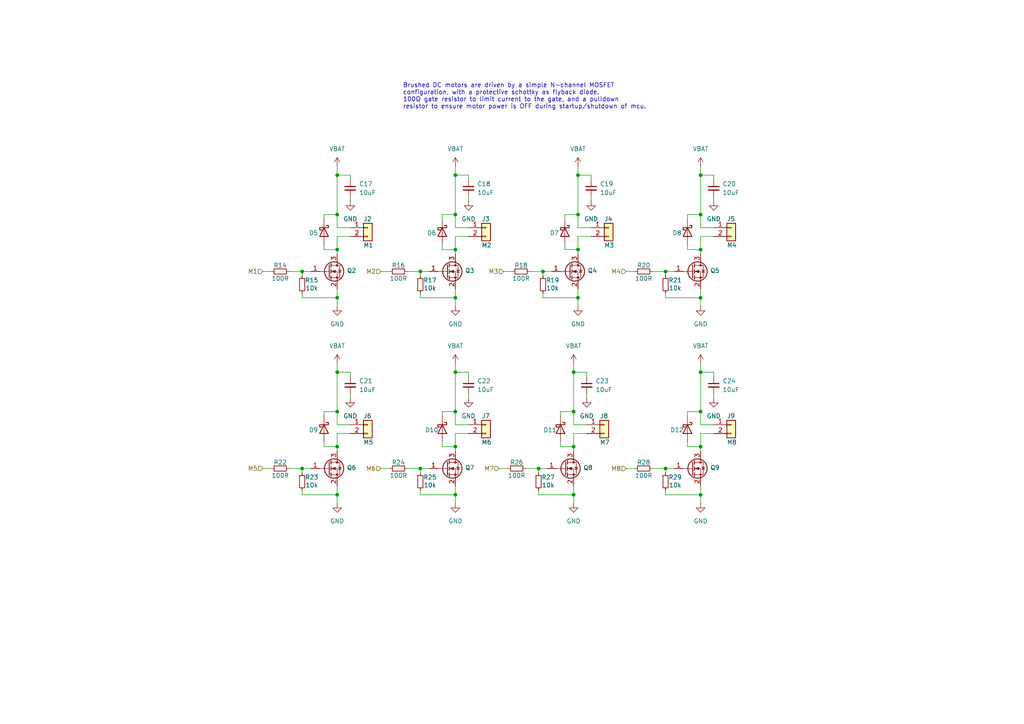
<source format=kicad_sch>
(kicad_sch (version 20231120) (generator "eeschema") (generator_version "8.0")
  (paper "A4")
  (lib_symbols
    (symbol "Connector_Generic:Conn_01x02" (pin_names (offset 1.016) hide)
      (property "Reference" "J" (at 0 2.54 0))
      (property "Value" "Conn_01x02" (at 0 -5.08 0))
      (symbol "Conn_01x02_1_1"
        (rectangle (start -1.27 -2.413) (end 0 -2.667) (stroke (width 0.1524)))
        (rectangle (start -1.27 0.127) (end 0 -0.127) (stroke (width 0.1524)))
        (rectangle (start -1.27 1.27) (end 1.27 -3.81) (stroke (width 0.254)) (fill (type background)))
        (pin passive line (at -5.08 0 0) (length 3.81) (name "Pin_1") (number "1"))
        (pin passive line (at -5.08 -2.54 0) (length 3.81) (name "Pin_2") (number "2"))
      )
    )
    (symbol "Device:C_Small" (pin_numbers hide) (pin_names (offset 0.254) hide)
      (property "Reference" "C" (at 0.254 1.778 0))
      (property "Value" "C_Small" (at 0.254 -2.032 0))
      (symbol "C_Small_0_1"
        (polyline (pts (xy -1.524 -0.508) (xy 1.524 -0.508)) (stroke (width 0.3302)))
        (polyline (pts (xy -1.524 0.508) (xy 1.524 0.508)) (stroke (width 0.3048)))
      )
      (symbol "C_Small_1_1"
        (pin passive line (at 0 2.54 270) (length 2.032) (name "~") (number "1"))
        (pin passive line (at 0 -2.54 90) (length 2.032) (name "~") (number "2"))
      )
    )
    (symbol "Device:D_Schottky" (pin_numbers hide) (pin_names (offset 1.016) hide)
      (property "Reference" "D" (at 0 2.54 0))
      (property "Value" "D_Schottky" (at 0 -2.54 0))
      (symbol "D_Schottky_0_1"
        (polyline (pts (xy 1.27 0) (xy -1.27 0)))
        (polyline (pts (xy 1.27 1.27) (xy 1.27 -1.27) (xy -1.27 0) (xy 1.27 1.27)) (stroke (width 0.254)))
        (polyline (pts (xy -1.905 0.635) (xy -1.905 1.27) (xy -1.27 1.27) (xy -1.27 -1.27) (xy -0.635 -1.27) (xy -0.635 -0.635)) (stroke (width 0.254)))
      )
      (symbol "D_Schottky_1_1"
        (pin passive line (at -3.81 0 0) (length 2.54) (name "K") (number "1"))
        (pin passive line (at 3.81 0 180) (length 2.54) (name "A") (number "2"))
      )
    )
    (symbol "Device:Q_NMOS_GSD" (pin_names (offset 0) hide)
      (property "Reference" "Q" (at 5.08 1.27 0))
      (property "Value" "Q_NMOS_GSD" (at 5.08 -1.27 0))
      (symbol "Q_NMOS_GSD_0_1"
        (polyline (pts (xy 0.254 0) (xy -2.54 0)))
        (polyline (pts (xy 0.254 1.905) (xy 0.254 -1.905)) (stroke (width 0.254)))
        (polyline (pts (xy 0.762 -1.27) (xy 0.762 -2.286)) (stroke (width 0.254)))
        (polyline (pts (xy 0.762 0.508) (xy 0.762 -0.508)) (stroke (width 0.254)))
        (polyline (pts (xy 0.762 2.286) (xy 0.762 1.27)) (stroke (width 0.254)))
        (polyline (pts (xy 2.54 2.54) (xy 2.54 1.778)))
        (polyline (pts (xy 2.54 -2.54) (xy 2.54 0) (xy 0.762 0)))
        (polyline (pts (xy 0.762 -1.778) (xy 3.302 -1.778) (xy 3.302 1.778) (xy 0.762 1.778)))
        (polyline (pts (xy 1.016 0) (xy 2.032 0.381) (xy 2.032 -0.381) (xy 1.016 0)) (fill (type outline)))
        (polyline (pts (xy 2.794 0.508) (xy 2.921 0.381) (xy 3.683 0.381) (xy 3.81 0.254)))
        (polyline (pts (xy 3.302 0.381) (xy 2.921 -0.254) (xy 3.683 -0.254) (xy 3.302 0.381)))
        (circle (center 1.651 0) (radius 2.794) (stroke (width 0.254)))
        (circle (center 2.54 -1.778) (radius 0.254) (fill (type outline)))
        (circle (center 2.54 1.778) (radius 0.254) (fill (type outline)))
      )
      (symbol "Q_NMOS_GSD_1_1"
        (pin input line (at -5.08 0 0) (length 2.54) (name "G") (number "1"))
        (pin passive line (at 2.54 -5.08 90) (length 2.54) (name "S") (number "2"))
        (pin passive line (at 2.54 5.08 270) (length 2.54) (name "D") (number "3"))
      )
    )
    (symbol "Device:R_Small" (pin_numbers hide) (pin_names (offset 0.254) hide)
      (property "Reference" "R" (at 0.762 0.508 0))
      (property "Value" "R_Small" (at 0.762 -1.016 0))
      (symbol "R_Small_0_1"
        (rectangle (start -0.762 1.778) (end 0.762 -1.778) (stroke (width 0.2032)))
      )
      (symbol "R_Small_1_1"
        (pin passive line (at 0 2.54 270) (length 0.762) (name "~") (number "1"))
        (pin passive line (at 0 -2.54 90) (length 0.762) (name "~") (number "2"))
      )
    )
    (symbol "custom:VBAT" (power) (pin_numbers hide) (pin_names (offset 0) hide)
      (property "Value" "VBAT" (at 0 3.556 0))
      (symbol "VBAT_0_1"
        (polyline (pts (xy -0.762 1.27) (xy 0 2.54)))
        (polyline (pts (xy 0 0) (xy 0 2.54)))
        (polyline (pts (xy 0 2.54) (xy 0.762 1.27)))
      )
      (symbol "VBAT_1_1"
        (pin power_in line (at 0 0 90) (length 0) (name "~") (number "1"))
      )
    )
    (symbol "power:GND" (power) (pin_numbers hide) (pin_names (offset 0) hide)
      (property "Value" "GND" (at 0 -3.81 0))
      (symbol "GND_0_1"
        (polyline (pts (xy 0 0) (xy 0 -1.27) (xy 1.27 -1.27) (xy 0 -2.54) (xy -1.27 -1.27) (xy 0 -1.27)))
      )
      (symbol "GND_1_1"
        (pin power_in line (at 0 0 270) (length 0) (name "~") (number "1"))
      )
    )
  )
  (junction (at 97.79 119.38))
  (junction (at 97.79 72.39))
  (junction (at 121.92 135.89))
  (junction (at 132.08 72.39))
  (junction (at 166.37 107.95))
  (junction (at 156.21 135.89))
  (junction (at 203.2 72.39))
  (junction (at 167.64 62.23))
  (junction (at 132.08 62.23))
  (junction (at 203.2 50.8))
  (junction (at 193.04 135.89))
  (junction (at 203.2 107.95))
  (junction (at 203.2 143.51))
  (junction (at 97.79 50.8))
  (junction (at 132.08 129.54))
  (junction (at 87.63 135.89))
  (junction (at 167.64 72.39))
  (junction (at 132.08 119.38))
  (junction (at 132.08 107.95))
  (junction (at 166.37 119.38))
  (junction (at 121.92 78.74))
  (junction (at 193.04 78.74))
  (junction (at 97.79 86.36))
  (junction (at 203.2 119.38))
  (junction (at 166.37 129.54))
  (junction (at 167.64 50.8))
  (junction (at 157.48 78.74))
  (junction (at 203.2 86.36))
  (junction (at 97.79 143.51))
  (junction (at 87.63 78.74))
  (junction (at 203.2 129.54))
  (junction (at 132.08 143.51))
  (junction (at 97.79 129.54))
  (junction (at 97.79 62.23))
  (junction (at 97.79 107.95))
  (junction (at 132.08 86.36))
  (junction (at 203.2 62.23))
  (junction (at 132.08 50.8))
  (junction (at 167.64 86.36))
  (junction (at 166.37 143.51))
  (wire (pts (xy 135.89 52.07) (xy 135.89 50.8)))
  (wire (pts (xy 166.37 119.38) (xy 166.37 107.95)))
  (wire (pts (xy 157.48 78.74) (xy 160.02 78.74)))
  (wire (pts (xy 207.01 123.19) (xy 203.2 123.19)))
  (wire (pts (xy 171.45 58.42) (xy 171.45 57.15)))
  (wire (pts (xy 181.61 78.74) (xy 184.15 78.74)))
  (wire (pts (xy 167.64 62.23) (xy 167.64 50.8)))
  (wire (pts (xy 135.89 58.42) (xy 135.89 57.15)))
  (wire (pts (xy 203.2 62.23) (xy 203.2 50.8)))
  (wire (pts (xy 199.39 71.12) (xy 199.39 72.39)))
  (wire (pts (xy 93.98 129.54) (xy 97.79 129.54)))
  (wire (pts (xy 87.63 142.24) (xy 87.63 143.51)))
  (wire (pts (xy 87.63 78.74) (xy 90.17 78.74)))
  (wire (pts (xy 203.2 72.39) (xy 203.2 73.66)))
  (wire (pts (xy 132.08 123.19) (xy 132.08 119.38)))
  (wire (pts (xy 157.48 85.09) (xy 157.48 86.36)))
  (wire (pts (xy 97.79 107.95) (xy 97.79 105.41)))
  (wire (pts (xy 199.39 128.27) (xy 199.39 129.54)))
  (wire (pts (xy 87.63 143.51) (xy 97.79 143.51)))
  (wire (pts (xy 207.01 107.95) (xy 203.2 107.95)))
  (wire (pts (xy 118.11 78.74) (xy 121.92 78.74)))
  (wire (pts (xy 203.2 125.73) (xy 203.2 129.54)))
  (wire (pts (xy 181.61 135.89) (xy 184.15 135.89)))
  (wire (pts (xy 163.83 71.12) (xy 163.83 72.39)))
  (wire (pts (xy 193.04 135.89) (xy 195.58 135.89)))
  (wire (pts (xy 135.89 68.58) (xy 132.08 68.58)))
  (wire (pts (xy 166.37 140.97) (xy 166.37 143.51)))
  (wire (pts (xy 97.79 129.54) (xy 97.79 130.81)))
  (wire (pts (xy 146.05 78.74) (xy 148.59 78.74)))
  (wire (pts (xy 171.45 50.8) (xy 167.64 50.8)))
  (wire (pts (xy 97.79 68.58) (xy 97.79 72.39)))
  (wire (pts (xy 97.79 50.8) (xy 97.79 48.26)))
  (wire (pts (xy 128.27 119.38) (xy 132.08 119.38)))
  (wire (pts (xy 128.27 119.38) (xy 128.27 120.65)))
  (wire (pts (xy 152.4 135.89) (xy 156.21 135.89)))
  (wire (pts (xy 97.79 62.23) (xy 97.79 50.8)))
  (wire (pts (xy 101.6 115.57) (xy 101.6 114.3)))
  (wire (pts (xy 163.83 62.23) (xy 163.83 63.5)))
  (wire (pts (xy 170.18 123.19) (xy 166.37 123.19)))
  (wire (pts (xy 203.2 143.51) (xy 203.2 146.05)))
  (wire (pts (xy 121.92 78.74) (xy 121.92 80.01)))
  (wire (pts (xy 87.63 85.09) (xy 87.63 86.36)))
  (wire (pts (xy 166.37 123.19) (xy 166.37 119.38)))
  (wire (pts (xy 132.08 125.73) (xy 132.08 129.54)))
  (wire (pts (xy 199.39 129.54) (xy 203.2 129.54)))
  (wire (pts (xy 167.64 86.36) (xy 167.64 88.9)))
  (wire (pts (xy 135.89 107.95) (xy 132.08 107.95)))
  (wire (pts (xy 207.01 58.42) (xy 207.01 57.15)))
  (wire (pts (xy 97.79 72.39) (xy 97.79 73.66)))
  (wire (pts (xy 167.64 68.58) (xy 167.64 72.39)))
  (wire (pts (xy 121.92 143.51) (xy 132.08 143.51)))
  (wire (pts (xy 199.39 119.38) (xy 199.39 120.65)))
  (wire (pts (xy 203.2 119.38) (xy 203.2 107.95)))
  (wire (pts (xy 156.21 135.89) (xy 158.75 135.89)))
  (wire (pts (xy 132.08 66.04) (xy 132.08 62.23)))
  (wire (pts (xy 132.08 119.38) (xy 132.08 107.95)))
  (wire (pts (xy 76.2 78.74) (xy 78.74 78.74)))
  (wire (pts (xy 162.56 119.38) (xy 162.56 120.65)))
  (wire (pts (xy 171.45 68.58) (xy 167.64 68.58)))
  (wire (pts (xy 193.04 86.36) (xy 203.2 86.36)))
  (wire (pts (xy 193.04 135.89) (xy 193.04 137.16)))
  (wire (pts (xy 193.04 78.74) (xy 195.58 78.74)))
  (wire (pts (xy 76.2 135.89) (xy 78.74 135.89)))
  (wire (pts (xy 121.92 78.74) (xy 124.46 78.74)))
  (wire (pts (xy 207.01 109.22) (xy 207.01 107.95)))
  (wire (pts (xy 157.48 86.36) (xy 167.64 86.36)))
  (wire (pts (xy 199.39 62.23) (xy 199.39 63.5)))
  (wire (pts (xy 157.48 78.74) (xy 157.48 80.01)))
  (wire (pts (xy 163.83 72.39) (xy 167.64 72.39)))
  (wire (pts (xy 203.2 83.82) (xy 203.2 86.36)))
  (wire (pts (xy 132.08 50.8) (xy 132.08 48.26)))
  (wire (pts (xy 203.2 50.8) (xy 203.2 48.26)))
  (wire (pts (xy 101.6 68.58) (xy 97.79 68.58)))
  (wire (pts (xy 101.6 123.19) (xy 97.79 123.19)))
  (wire (pts (xy 166.37 125.73) (xy 166.37 129.54)))
  (wire (pts (xy 87.63 135.89) (xy 90.17 135.89)))
  (wire (pts (xy 132.08 86.36) (xy 132.08 88.9)))
  (wire (pts (xy 207.01 115.57) (xy 207.01 114.3)))
  (wire (pts (xy 121.92 85.09) (xy 121.92 86.36)))
  (wire (pts (xy 101.6 109.22) (xy 101.6 107.95)))
  (wire (pts (xy 87.63 78.74) (xy 87.63 80.01)))
  (wire (pts (xy 167.64 66.04) (xy 167.64 62.23)))
  (wire (pts (xy 128.27 72.39) (xy 132.08 72.39)))
  (wire (pts (xy 170.18 125.73) (xy 166.37 125.73)))
  (wire (pts (xy 101.6 50.8) (xy 97.79 50.8)))
  (wire (pts (xy 101.6 66.04) (xy 97.79 66.04)))
  (wire (pts (xy 193.04 143.51) (xy 203.2 143.51)))
  (wire (pts (xy 93.98 128.27) (xy 93.98 129.54)))
  (wire (pts (xy 189.23 135.89) (xy 193.04 135.89)))
  (wire (pts (xy 128.27 62.23) (xy 128.27 63.5)))
  (wire (pts (xy 101.6 107.95) (xy 97.79 107.95)))
  (wire (pts (xy 167.64 50.8) (xy 167.64 48.26)))
  (wire (pts (xy 156.21 143.51) (xy 166.37 143.51)))
  (wire (pts (xy 207.01 125.73) (xy 203.2 125.73)))
  (wire (pts (xy 203.2 107.95) (xy 203.2 105.41)))
  (wire (pts (xy 132.08 72.39) (xy 132.08 73.66)))
  (wire (pts (xy 128.27 71.12) (xy 128.27 72.39)))
  (wire (pts (xy 132.08 107.95) (xy 132.08 105.41)))
  (wire (pts (xy 162.56 119.38) (xy 166.37 119.38)))
  (wire (pts (xy 97.79 140.97) (xy 97.79 143.51)))
  (wire (pts (xy 199.39 72.39) (xy 203.2 72.39)))
  (wire (pts (xy 166.37 129.54) (xy 166.37 130.81)))
  (wire (pts (xy 207.01 66.04) (xy 203.2 66.04)))
  (wire (pts (xy 128.27 129.54) (xy 132.08 129.54)))
  (wire (pts (xy 199.39 119.38) (xy 203.2 119.38)))
  (wire (pts (xy 93.98 119.38) (xy 93.98 120.65)))
  (wire (pts (xy 97.79 86.36) (xy 97.79 88.9)))
  (wire (pts (xy 93.98 62.23) (xy 93.98 63.5)))
  (wire (pts (xy 135.89 109.22) (xy 135.89 107.95)))
  (wire (pts (xy 121.92 142.24) (xy 121.92 143.51)))
  (wire (pts (xy 203.2 123.19) (xy 203.2 119.38)))
  (wire (pts (xy 128.27 128.27) (xy 128.27 129.54)))
  (wire (pts (xy 132.08 62.23) (xy 132.08 50.8)))
  (wire (pts (xy 135.89 123.19) (xy 132.08 123.19)))
  (wire (pts (xy 203.2 140.97) (xy 203.2 143.51)))
  (wire (pts (xy 93.98 119.38) (xy 97.79 119.38)))
  (wire (pts (xy 207.01 52.07) (xy 207.01 50.8)))
  (wire (pts (xy 132.08 68.58) (xy 132.08 72.39)))
  (wire (pts (xy 207.01 68.58) (xy 203.2 68.58)))
  (wire (pts (xy 156.21 142.24) (xy 156.21 143.51)))
  (wire (pts (xy 171.45 66.04) (xy 167.64 66.04)))
  (wire (pts (xy 97.79 143.51) (xy 97.79 146.05)))
  (wire (pts (xy 87.63 86.36) (xy 97.79 86.36)))
  (wire (pts (xy 101.6 58.42) (xy 101.6 57.15)))
  (wire (pts (xy 189.23 78.74) (xy 193.04 78.74)))
  (wire (pts (xy 135.89 125.73) (xy 132.08 125.73)))
  (wire (pts (xy 135.89 50.8) (xy 132.08 50.8)))
  (wire (pts (xy 97.79 83.82) (xy 97.79 86.36)))
  (wire (pts (xy 162.56 129.54) (xy 166.37 129.54)))
  (wire (pts (xy 135.89 115.57) (xy 135.89 114.3)))
  (wire (pts (xy 170.18 109.22) (xy 170.18 107.95)))
  (wire (pts (xy 121.92 135.89) (xy 121.92 137.16)))
  (wire (pts (xy 93.98 71.12) (xy 93.98 72.39)))
  (wire (pts (xy 101.6 52.07) (xy 101.6 50.8)))
  (wire (pts (xy 144.78 135.89) (xy 147.32 135.89)))
  (wire (pts (xy 132.08 143.51) (xy 132.08 146.05)))
  (wire (pts (xy 203.2 129.54) (xy 203.2 130.81)))
  (wire (pts (xy 97.79 123.19) (xy 97.79 119.38)))
  (wire (pts (xy 203.2 66.04) (xy 203.2 62.23)))
  (wire (pts (xy 135.89 66.04) (xy 132.08 66.04)))
  (wire (pts (xy 170.18 107.95) (xy 166.37 107.95)))
  (wire (pts (xy 128.27 62.23) (xy 132.08 62.23)))
  (wire (pts (xy 110.49 135.89) (xy 113.03 135.89)))
  (wire (pts (xy 87.63 135.89) (xy 87.63 137.16)))
  (wire (pts (xy 193.04 78.74) (xy 193.04 80.01)))
  (wire (pts (xy 167.64 72.39) (xy 167.64 73.66)))
  (wire (pts (xy 199.39 62.23) (xy 203.2 62.23)))
  (wire (pts (xy 166.37 143.51) (xy 166.37 146.05)))
  (wire (pts (xy 132.08 83.82) (xy 132.08 86.36)))
  (wire (pts (xy 110.49 78.74) (xy 113.03 78.74)))
  (wire (pts (xy 193.04 142.24) (xy 193.04 143.51)))
  (wire (pts (xy 207.01 50.8) (xy 203.2 50.8)))
  (wire (pts (xy 167.64 83.82) (xy 167.64 86.36)))
  (wire (pts (xy 132.08 129.54) (xy 132.08 130.81)))
  (wire (pts (xy 121.92 86.36) (xy 132.08 86.36)))
  (wire (pts (xy 118.11 135.89) (xy 121.92 135.89)))
  (wire (pts (xy 203.2 68.58) (xy 203.2 72.39)))
  (wire (pts (xy 203.2 86.36) (xy 203.2 88.9)))
  (wire (pts (xy 97.79 125.73) (xy 97.79 129.54)))
  (wire (pts (xy 83.82 135.89) (xy 87.63 135.89)))
  (wire (pts (xy 153.67 78.74) (xy 157.48 78.74)))
  (wire (pts (xy 97.79 66.04) (xy 97.79 62.23)))
  (wire (pts (xy 162.56 128.27) (xy 162.56 129.54)))
  (wire (pts (xy 171.45 52.07) (xy 171.45 50.8)))
  (wire (pts (xy 101.6 125.73) (xy 97.79 125.73)))
  (wire (pts (xy 193.04 85.09) (xy 193.04 86.36)))
  (wire (pts (xy 156.21 135.89) (xy 156.21 137.16)))
  (wire (pts (xy 163.83 62.23) (xy 167.64 62.23)))
  (wire (pts (xy 93.98 62.23) (xy 97.79 62.23)))
  (wire (pts (xy 93.98 72.39) (xy 97.79 72.39)))
  (wire (pts (xy 83.82 78.74) (xy 87.63 78.74)))
  (wire (pts (xy 166.37 107.95) (xy 166.37 105.41)))
  (wire (pts (xy 170.18 115.57) (xy 170.18 114.3)))
  (wire (pts (xy 121.92 135.89) (xy 124.46 135.89)))
  (wire (pts (xy 132.08 140.97) (xy 132.08 143.51)))
  (wire (pts (xy 97.79 119.38) (xy 97.79 107.95)))
  (text "Brushed DC motors are driven by a simple N-channel MOSFET\nconfiguration, with a protective schottky as flyback diode.\n100Ω gate resistor to limit current to the gate, and a pulldown\nresistor to ensure motor power is OFF during startup/shutdown of mcu." (at 116.84 27.94 0) (effects (font (size 1.27 1.27)) (justify left)))
  (hierarchical_label "M7" (shape input) (at 144.78 135.89 180))
  (hierarchical_label "M1" (shape input) (at 76.2 78.74 180))
  (hierarchical_label "M5" (shape input) (at 76.2 135.89 180))
  (hierarchical_label "M3" (shape input) (at 146.05 78.74 180))
  (hierarchical_label "M2" (shape input) (at 110.49 78.74 180))
  (hierarchical_label "M6" (shape input) (at 110.49 135.89 180))
  (hierarchical_label "M4" (shape input) (at 181.61 78.74 180))
  (hierarchical_label "M8" (shape input) (at 181.61 135.89 180))
  (symbol (lib_id "Device:R_Small") (at 115.57 78.74 90) (unit 1)
    (property "Reference" "R16" (at 115.57 76.962 90))
    (property "Value" "100R" (at 115.57 80.772 90))
    (property "Footprint" "custom:R_0402_1005Metric_NoSilk" (effects (hide yes)))
    (property "Description" "Resistor, small symbol" (effects (hide yes)))
  )
  (symbol (lib_id "power:GND") (at 132.08 146.05 0) (unit 1)
    (property "Reference" "#PWR057" (effects (hide yes)))
    (property "Value" "GND" (at 132.08 151.13 0))
    (property "Description" "Power symbol creates a global label with name \"GND\" , ground" (effects (hide yes)))
  )
  (symbol (lib_id "Device:R_Small") (at 186.69 78.74 90) (unit 1)
    (property "Reference" "R20" (at 186.69 76.962 90))
    (property "Value" "100R" (at 186.69 80.772 90))
    (property "Footprint" "custom:R_0402_1005Metric_NoSilk" (effects (hide yes)))
    (property "Description" "Resistor, small symbol" (effects (hide yes)))
  )
  (symbol (lib_id "custom:VBAT") (at 167.64 48.26 0) (unit 1)
    (property "Reference" "#PWR047" (effects (hide yes)))
    (property "Value" "VBAT" (at 167.64 43.18 0))
    (property "Description" "Power symbol creates a global label with name \"VBAT\"" (effects (hide yes)))
  )
  (symbol (lib_id "Device:D_Schottky") (at 93.98 124.46 270) (unit 1)
    (property "Reference" "D9" (at 90.932 124.714 90))
    (property "Value" "D_Schottky" (effects (hide yes)))
    (property "Footprint" "custom:D_SOD-523_NoSilk" (effects (hide yes)))
    (property "LCSC Part" "C455040" (effects (hide yes)))
  )
  (symbol (lib_id "custom:VBAT") (at 97.79 48.26 0) (unit 1)
    (property "Reference" "#PWR040" (effects (hide yes)))
    (property "Value" "VBAT" (at 97.79 43.18 0))
    (property "Description" "Power symbol creates a global label with name \"VBAT\"" (effects (hide yes)))
  )
  (symbol (lib_id "power:GND") (at 167.64 88.9 0) (unit 1)
    (property "Reference" "#PWR048" (effects (hide yes)))
    (property "Value" "GND" (at 167.64 93.98 0))
    (property "Description" "Power symbol creates a global label with name \"GND\" , ground" (effects (hide yes)))
  )
  (symbol (lib_id "Device:R_Small") (at 121.92 82.55 180) (unit 1)
    (property "Reference" "R17" (at 124.714 81.28 0))
    (property "Value" "10k" (at 124.714 83.566 0))
    (property "Footprint" "custom:R_0402_1005Metric_NoSilk" (effects (hide yes)))
    (property "Description" "Resistor, small symbol" (effects (hide yes)))
  )
  (symbol (lib_id "Device:D_Schottky") (at 162.56 124.46 270) (unit 1)
    (property "Reference" "D11" (at 159.512 124.714 90))
    (property "Value" "D_Schottky" (effects (hide yes)))
    (property "Footprint" "custom:D_SOD-523_NoSilk" (effects (hide yes)))
    (property "LCSC Part" "C455040" (effects (hide yes)))
  )
  (symbol (lib_id "power:GND") (at 132.08 88.9 0) (unit 1)
    (property "Reference" "#PWR045" (effects (hide yes)))
    (property "Value" "GND" (at 132.08 93.98 0))
    (property "Description" "Power symbol creates a global label with name \"GND\" , ground" (effects (hide yes)))
  )
  (symbol (lib_id "Connector_Generic:Conn_01x02") (at 140.97 66.04 0) (unit 1)
    (property "Reference" "J3" (at 139.7 63.5 0) (effects (justify left)))
    (property "Value" "M2" (at 139.7 71.12 0) (effects (justify left)))
    (property "Footprint" "custom:Conn_2_Motors" (effects (hide yes)))
    (property "Description" "Generic connector, single row, 01x02, script generated (kicad-library-utils/schlib/autogen/connector/)" (effects (hide yes)))
  )
  (symbol (lib_id "Connector_Generic:Conn_01x02") (at 176.53 66.04 0) (unit 1)
    (property "Reference" "J4" (at 175.26 63.5 0) (effects (justify left)))
    (property "Value" "M3" (at 175.26 71.12 0) (effects (justify left)))
    (property "Footprint" "custom:Conn_2_Motors" (effects (hide yes)))
    (property "Description" "Generic connector, single row, 01x02, script generated (kicad-library-utils/schlib/autogen/connector/)" (effects (hide yes)))
  )
  (symbol (lib_id "Device:R_Small") (at 186.69 135.89 90) (unit 1)
    (property "Reference" "R28" (at 186.69 134.112 90))
    (property "Value" "100R" (at 186.69 137.922 90))
    (property "Footprint" "custom:R_0402_1005Metric_NoSilk" (effects (hide yes)))
    (property "Description" "Resistor, small symbol" (effects (hide yes)))
  )
  (symbol (lib_id "Device:C_Small") (at 135.89 111.76 0) (unit 1)
    (property "Reference" "C22" (at 138.43 110.4962 0) (effects (justify left)))
    (property "Value" "10uF" (at 138.43 113.0362 0) (effects (justify left)))
    (property "Footprint" "custom:C_0402_1005Metric_NoSilk" (effects (hide yes)))
    (property "Description" "Unpolarized capacitor, small symbol" (effects (hide yes)))
  )
  (symbol (lib_id "Device:R_Small") (at 87.63 82.55 180) (unit 1)
    (property "Reference" "R15" (at 90.424 81.28 0))
    (property "Value" "10k" (at 90.424 83.566 0))
    (property "Footprint" "custom:R_0402_1005Metric_NoSilk" (effects (hide yes)))
    (property "Description" "Resistor, small symbol" (effects (hide yes)))
  )
  (symbol (lib_id "power:GND") (at 97.79 146.05 0) (unit 1)
    (property "Reference" "#PWR054" (effects (hide yes)))
    (property "Value" "GND" (at 97.79 151.13 0))
    (property "Description" "Power symbol creates a global label with name \"GND\" , ground" (effects (hide yes)))
  )
  (symbol (lib_id "Device:R_Small") (at 121.92 139.7 180) (unit 1)
    (property "Reference" "R25" (at 124.714 138.43 0))
    (property "Value" "10k" (at 124.714 140.716 0))
    (property "Footprint" "custom:R_0402_1005Metric_NoSilk" (effects (hide yes)))
    (property "Description" "Resistor, small symbol" (effects (hide yes)))
  )
  (symbol (lib_id "power:GND") (at 135.89 58.42 0) (unit 1)
    (property "Reference" "#PWR046" (effects (hide yes)))
    (property "Value" "GND" (at 135.89 63.5 0))
    (property "Description" "Power symbol creates a global label with name \"GND\" , ground" (effects (hide yes)))
  )
  (symbol (lib_id "Device:D_Schottky") (at 199.39 124.46 270) (unit 1)
    (property "Reference" "D12" (at 196.342 124.714 90))
    (property "Value" "D_Schottky" (effects (hide yes)))
    (property "Footprint" "custom:D_SOD-523_NoSilk" (effects (hide yes)))
    (property "LCSC Part" "C455040" (effects (hide yes)))
  )
  (symbol (lib_id "Device:C_Small") (at 207.01 54.61 0) (unit 1)
    (property "Reference" "C20" (at 209.55 53.3462 0) (effects (justify left)))
    (property "Value" "10uF" (at 209.55 55.8862 0) (effects (justify left)))
    (property "Footprint" "custom:C_0402_1005Metric_NoSilk" (effects (hide yes)))
    (property "Description" "Unpolarized capacitor, small symbol" (effects (hide yes)))
  )
  (symbol (lib_id "Device:C_Small") (at 135.89 54.61 0) (unit 1)
    (property "Reference" "C18" (at 138.43 53.3462 0) (effects (justify left)))
    (property "Value" "10uF" (at 138.43 55.8862 0) (effects (justify left)))
    (property "Footprint" "custom:C_0402_1005Metric_NoSilk" (effects (hide yes)))
    (property "Description" "Unpolarized capacitor, small symbol" (effects (hide yes)))
  )
  (symbol (lib_id "Device:R_Small") (at 193.04 82.55 180) (unit 1)
    (property "Reference" "R21" (at 195.834 81.28 0))
    (property "Value" "10k" (at 195.834 83.566 0))
    (property "Footprint" "custom:R_0402_1005Metric_NoSilk" (effects (hide yes)))
    (property "Description" "Resistor, small symbol" (effects (hide yes)))
  )
  (symbol (lib_id "Device:C_Small") (at 101.6 111.76 0) (unit 1)
    (property "Reference" "C21" (at 104.14 110.4962 0) (effects (justify left)))
    (property "Value" "10uF" (at 104.14 113.0362 0) (effects (justify left)))
    (property "Footprint" "custom:C_0402_1005Metric_NoSilk" (effects (hide yes)))
    (property "Description" "Unpolarized capacitor, small symbol" (effects (hide yes)))
  )
  (symbol (lib_id "Device:Q_NMOS_GSD") (at 165.1 78.74 0) (unit 1)
    (property "Reference" "Q4" (at 170.434 78.486 0) (effects (justify left)))
    (property "Value" "2300A" (effects (hide yes)))
    (property "Footprint" "custom:SOT-23_NoSilk" (effects (hide yes)))
    (property "Datasheet" "https://wmsc.lcsc.com/wmsc/upload/file/pdf/v2/lcsc/2307041438_HL-2300A_C7437077.pdf" (effects (hide yes)))
    (property "Description" "N-MOSFET transistor, gate/source/drain" (effects (hide yes)))
    (property "LCSC Part" "C7437077" (effects (hide yes)))
  )
  (symbol (lib_id "custom:VBAT") (at 132.08 105.41 0) (unit 1)
    (property "Reference" "#PWR056" (effects (hide yes)))
    (property "Value" "VBAT" (at 132.08 100.33 0))
    (property "Description" "Power symbol creates a global label with name \"VBAT\"" (effects (hide yes)))
  )
  (symbol (lib_id "power:GND") (at 203.2 88.9 0) (unit 1)
    (property "Reference" "#PWR051" (effects (hide yes)))
    (property "Value" "GND" (at 203.2 93.98 0))
    (property "Description" "Power symbol creates a global label with name \"GND\" , ground" (effects (hide yes)))
  )
  (symbol (lib_id "Device:R_Small") (at 193.04 139.7 180) (unit 1)
    (property "Reference" "R29" (at 195.834 138.43 0))
    (property "Value" "10k" (at 195.834 140.716 0))
    (property "Footprint" "custom:R_0402_1005Metric_NoSilk" (effects (hide yes)))
    (property "Description" "Resistor, small symbol" (effects (hide yes)))
  )
  (symbol (lib_id "Device:Q_NMOS_GSD") (at 129.54 78.74 0) (unit 1)
    (property "Reference" "Q3" (at 134.874 78.486 0) (effects (justify left)))
    (property "Value" "2300A" (effects (hide yes)))
    (property "Footprint" "custom:SOT-23_NoSilk" (effects (hide yes)))
    (property "Datasheet" "https://wmsc.lcsc.com/wmsc/upload/file/pdf/v2/lcsc/2307041438_HL-2300A_C7437077.pdf" (effects (hide yes)))
    (property "Description" "N-MOSFET transistor, gate/source/drain" (effects (hide yes)))
    (property "LCSC Part" "C7437077" (effects (hide yes)))
  )
  (symbol (lib_id "Device:Q_NMOS_GSD") (at 95.25 78.74 0) (unit 1)
    (property "Reference" "Q2" (at 100.584 78.486 0) (effects (justify left)))
    (property "Value" "2300A" (effects (hide yes)))
    (property "Footprint" "custom:SOT-23_NoSilk" (effects (hide yes)))
    (property "Datasheet" "https://wmsc.lcsc.com/wmsc/upload/file/pdf/v2/lcsc/2307041438_HL-2300A_C7437077.pdf" (effects (hide yes)))
    (property "Description" "N-MOSFET transistor, gate/source/drain" (effects (hide yes)))
    (property "LCSC Part" "C7437077" (effects (hide yes)))
  )
  (symbol (lib_id "Connector_Generic:Conn_01x02") (at 106.68 66.04 0) (unit 1)
    (property "Reference" "J2" (at 105.41 63.5 0) (effects (justify left)))
    (property "Value" "M1" (at 105.41 71.12 0) (effects (justify left)))
    (property "Footprint" "custom:Conn_2_Motors" (effects (hide yes)))
    (property "Description" "Generic connector, single row, 01x02, script generated (kicad-library-utils/schlib/autogen/connector/)" (effects (hide yes)))
  )
  (symbol (lib_id "Connector_Generic:Conn_01x02") (at 140.97 123.19 0) (unit 1)
    (property "Reference" "J7" (at 139.7 120.65 0) (effects (justify left)))
    (property "Value" "M6" (at 139.7 128.27 0) (effects (justify left)))
    (property "Footprint" "custom:Conn_2_Motors" (effects (hide yes)))
    (property "Description" "Generic connector, single row, 01x02, script generated (kicad-library-utils/schlib/autogen/connector/)" (effects (hide yes)))
  )
  (symbol (lib_id "Connector_Generic:Conn_01x02") (at 212.09 123.19 0) (unit 1)
    (property "Reference" "J9" (at 210.82 120.65 0) (effects (justify left)))
    (property "Value" "M8" (at 210.82 128.27 0) (effects (justify left)))
    (property "Footprint" "custom:Conn_2_Motors" (effects (hide yes)))
    (property "Description" "Generic connector, single row, 01x02, script generated (kicad-library-utils/schlib/autogen/connector/)" (effects (hide yes)))
  )
  (symbol (lib_id "Device:R_Small") (at 149.86 135.89 90) (unit 1)
    (property "Reference" "R26" (at 149.86 134.112 90))
    (property "Value" "100R" (at 149.86 137.922 90))
    (property "Footprint" "custom:R_0402_1005Metric_NoSilk" (effects (hide yes)))
    (property "Description" "Resistor, small symbol" (effects (hide yes)))
  )
  (symbol (lib_id "power:GND") (at 135.89 115.57 0) (unit 1)
    (property "Reference" "#PWR058" (effects (hide yes)))
    (property "Value" "GND" (at 135.89 120.65 0))
    (property "Description" "Power symbol creates a global label with name \"GND\" , ground" (effects (hide yes)))
  )
  (symbol (lib_id "custom:VBAT") (at 166.37 105.41 0) (unit 1)
    (property "Reference" "#PWR059" (effects (hide yes)))
    (property "Value" "VBAT" (at 166.37 100.33 0))
    (property "Description" "Power symbol creates a global label with name \"VBAT\"" (effects (hide yes)))
  )
  (symbol (lib_id "Device:Q_NMOS_GSD") (at 95.25 135.89 0) (unit 1)
    (property "Reference" "Q6" (at 100.584 135.636 0) (effects (justify left)))
    (property "Value" "2300A" (effects (hide yes)))
    (property "Footprint" "custom:SOT-23_NoSilk" (effects (hide yes)))
    (property "Datasheet" "https://wmsc.lcsc.com/wmsc/upload/file/pdf/v2/lcsc/2307041438_HL-2300A_C7437077.pdf" (effects (hide yes)))
    (property "Description" "N-MOSFET transistor, gate/source/drain" (effects (hide yes)))
    (property "LCSC Part" "C7437077" (effects (hide yes)))
  )
  (symbol (lib_id "power:GND") (at 166.37 146.05 0) (unit 1)
    (property "Reference" "#PWR060" (effects (hide yes)))
    (property "Value" "GND" (at 166.37 151.13 0))
    (property "Description" "Power symbol creates a global label with name \"GND\" , ground" (effects (hide yes)))
  )
  (symbol (lib_id "Device:Q_NMOS_GSD") (at 200.66 78.74 0) (unit 1)
    (property "Reference" "Q5" (at 205.994 78.486 0) (effects (justify left)))
    (property "Value" "2300A" (effects (hide yes)))
    (property "Footprint" "custom:SOT-23_NoSilk" (effects (hide yes)))
    (property "Datasheet" "https://wmsc.lcsc.com/wmsc/upload/file/pdf/v2/lcsc/2307041438_HL-2300A_C7437077.pdf" (effects (hide yes)))
    (property "Description" "N-MOSFET transistor, gate/source/drain" (effects (hide yes)))
    (property "LCSC Part" "C7437077" (effects (hide yes)))
  )
  (symbol (lib_id "Device:D_Schottky") (at 128.27 67.31 270) (unit 1)
    (property "Reference" "D6" (at 125.222 67.564 90))
    (property "Value" "D_Schottky" (effects (hide yes)))
    (property "Footprint" "custom:D_SOD-523_NoSilk" (effects (hide yes)))
    (property "LCSC Part" "C455040" (effects (hide yes)))
  )
  (symbol (lib_id "Device:R_Small") (at 87.63 139.7 180) (unit 1)
    (property "Reference" "R23" (at 90.424 138.43 0))
    (property "Value" "10k" (at 90.424 140.716 0))
    (property "Footprint" "custom:R_0402_1005Metric_NoSilk" (effects (hide yes)))
    (property "Description" "Resistor, small symbol" (effects (hide yes)))
  )
  (symbol (lib_id "power:GND") (at 101.6 115.57 0) (unit 1)
    (property "Reference" "#PWR055" (effects (hide yes)))
    (property "Value" "GND" (at 101.6 120.65 0))
    (property "Description" "Power symbol creates a global label with name \"GND\" , ground" (effects (hide yes)))
  )
  (symbol (lib_id "power:GND") (at 170.18 115.57 0) (unit 1)
    (property "Reference" "#PWR061" (effects (hide yes)))
    (property "Value" "GND" (at 170.18 120.65 0))
    (property "Description" "Power symbol creates a global label with name \"GND\" , ground" (effects (hide yes)))
  )
  (symbol (lib_id "Device:D_Schottky") (at 163.83 67.31 270) (unit 1)
    (property "Reference" "D7" (at 160.782 67.564 90))
    (property "Value" "D_Schottky" (effects (hide yes)))
    (property "Footprint" "custom:D_SOD-523_NoSilk" (effects (hide yes)))
    (property "LCSC Part" "C455040" (effects (hide yes)))
  )
  (symbol (lib_id "power:GND") (at 203.2 146.05 0) (unit 1)
    (property "Reference" "#PWR063" (effects (hide yes)))
    (property "Value" "GND" (at 203.2 151.13 0))
    (property "Description" "Power symbol creates a global label with name \"GND\" , ground" (effects (hide yes)))
  )
  (symbol (lib_id "Device:Q_NMOS_GSD") (at 129.54 135.89 0) (unit 1)
    (property "Reference" "Q7" (at 134.874 135.636 0) (effects (justify left)))
    (property "Value" "2300A" (effects (hide yes)))
    (property "Footprint" "custom:SOT-23_NoSilk" (effects (hide yes)))
    (property "Datasheet" "https://wmsc.lcsc.com/wmsc/upload/file/pdf/v2/lcsc/2307041438_HL-2300A_C7437077.pdf" (effects (hide yes)))
    (property "Description" "N-MOSFET transistor, gate/source/drain" (effects (hide yes)))
    (property "LCSC Part" "C7437077" (effects (hide yes)))
  )
  (symbol (lib_id "Connector_Generic:Conn_01x02") (at 106.68 123.19 0) (unit 1)
    (property "Reference" "J6" (at 105.41 120.65 0) (effects (justify left)))
    (property "Value" "M5" (at 105.41 128.27 0) (effects (justify left)))
    (property "Footprint" "custom:Conn_2_Motors" (effects (hide yes)))
    (property "Description" "Generic connector, single row, 01x02, script generated (kicad-library-utils/schlib/autogen/connector/)" (effects (hide yes)))
  )
  (symbol (lib_id "Device:D_Schottky") (at 93.98 67.31 270) (unit 1)
    (property "Reference" "D5" (at 90.932 67.564 90))
    (property "Value" "D_Schottky" (effects (hide yes)))
    (property "Footprint" "custom:D_SOD-523_NoSilk" (effects (hide yes)))
    (property "LCSC Part" "C455040" (effects (hide yes)))
  )
  (symbol (lib_id "Device:R_Small") (at 151.13 78.74 90) (unit 1)
    (property "Reference" "R18" (at 151.13 76.962 90))
    (property "Value" "100R" (at 151.13 80.772 90))
    (property "Footprint" "custom:R_0402_1005Metric_NoSilk" (effects (hide yes)))
    (property "Description" "Resistor, small symbol" (effects (hide yes)))
  )
  (symbol (lib_id "power:GND") (at 101.6 58.42 0) (unit 1)
    (property "Reference" "#PWR043" (effects (hide yes)))
    (property "Value" "GND" (at 101.6 63.5 0))
    (property "Description" "Power symbol creates a global label with name \"GND\" , ground" (effects (hide yes)))
  )
  (symbol (lib_id "Device:R_Small") (at 115.57 135.89 90) (unit 1)
    (property "Reference" "R24" (at 115.57 134.112 90))
    (property "Value" "100R" (at 115.57 137.922 90))
    (property "Footprint" "custom:R_0402_1005Metric_NoSilk" (effects (hide yes)))
    (property "Description" "Resistor, small symbol" (effects (hide yes)))
  )
  (symbol (lib_id "Device:C_Small") (at 207.01 111.76 0) (unit 1)
    (property "Reference" "C24" (at 209.55 110.4962 0) (effects (justify left)))
    (property "Value" "10uF" (at 209.55 113.0362 0) (effects (justify left)))
    (property "Footprint" "custom:C_0402_1005Metric_NoSilk" (effects (hide yes)))
    (property "Description" "Unpolarized capacitor, small symbol" (effects (hide yes)))
  )
  (symbol (lib_id "Connector_Generic:Conn_01x02") (at 175.26 123.19 0) (unit 1)
    (property "Reference" "J8" (at 173.99 120.65 0) (effects (justify left)))
    (property "Value" "M7" (at 173.99 128.27 0) (effects (justify left)))
    (property "Footprint" "custom:Conn_2_Motors" (effects (hide yes)))
    (property "Description" "Generic connector, single row, 01x02, script generated (kicad-library-utils/schlib/autogen/connector/)" (effects (hide yes)))
  )
  (symbol (lib_id "custom:VBAT") (at 203.2 48.26 0) (unit 1)
    (property "Reference" "#PWR050" (effects (hide yes)))
    (property "Value" "VBAT" (at 203.2 43.18 0))
    (property "Description" "Power symbol creates a global label with name \"VBAT\"" (effects (hide yes)))
  )
  (symbol (lib_id "Device:C_Small") (at 171.45 54.61 0) (unit 1)
    (property "Reference" "C19" (at 173.99 53.3462 0) (effects (justify left)))
    (property "Value" "10uF" (at 173.99 55.8862 0) (effects (justify left)))
    (property "Footprint" "custom:C_0402_1005Metric_NoSilk" (effects (hide yes)))
    (property "Description" "Unpolarized capacitor, small symbol" (effects (hide yes)))
  )
  (symbol (lib_id "Device:D_Schottky") (at 199.39 67.31 270) (unit 1)
    (property "Reference" "D8" (at 196.342 67.564 90))
    (property "Value" "D_Schottky" (effects (hide yes)))
    (property "Footprint" "custom:D_SOD-523_NoSilk" (effects (hide yes)))
    (property "LCSC Part" "C455040" (effects (hide yes)))
  )
  (symbol (lib_id "Device:R_Small") (at 81.28 78.74 90) (unit 1)
    (property "Reference" "R14" (at 81.28 76.962 90))
    (property "Value" "100R" (at 81.28 80.772 90))
    (property "Footprint" "custom:R_0402_1005Metric_NoSilk" (effects (hide yes)))
    (property "Description" "Resistor, small symbol" (effects (hide yes)))
  )
  (symbol (lib_id "Device:D_Schottky") (at 128.27 124.46 270) (unit 1)
    (property "Reference" "D10" (at 125.222 124.714 90))
    (property "Value" "D_Schottky" (effects (hide yes)))
    (property "Footprint" "custom:D_SOD-523_NoSilk" (effects (hide yes)))
    (property "LCSC Part" "C455040" (effects (hide yes)))
  )
  (symbol (lib_id "Device:R_Small") (at 81.28 135.89 90) (unit 1)
    (property "Reference" "R22" (at 81.28 134.112 90))
    (property "Value" "100R" (at 81.28 137.922 90))
    (property "Footprint" "custom:R_0402_1005Metric_NoSilk" (effects (hide yes)))
    (property "Description" "Resistor, small symbol" (effects (hide yes)))
  )
  (symbol (lib_id "power:GND") (at 97.79 88.9 0) (unit 1)
    (property "Reference" "#PWR042" (effects (hide yes)))
    (property "Value" "GND" (at 97.79 93.98 0))
    (property "Description" "Power symbol creates a global label with name \"GND\" , ground" (effects (hide yes)))
  )
  (symbol (lib_id "Device:C_Small") (at 101.6 54.61 0) (unit 1)
    (property "Reference" "C17" (at 104.14 53.3462 0) (effects (justify left)))
    (property "Value" "10uF" (at 104.14 55.8862 0) (effects (justify left)))
    (property "Footprint" "custom:C_0402_1005Metric_NoSilk" (effects (hide yes)))
    (property "Description" "Unpolarized capacitor, small symbol" (effects (hide yes)))
  )
  (symbol (lib_id "custom:VBAT") (at 203.2 105.41 0) (unit 1)
    (property "Reference" "#PWR062" (effects (hide yes)))
    (property "Value" "VBAT" (at 203.2 100.33 0))
    (property "Description" "Power symbol creates a global label with name \"VBAT\"" (effects (hide yes)))
  )
  (symbol (lib_id "Device:C_Small") (at 170.18 111.76 0) (unit 1)
    (property "Reference" "C23" (at 172.72 110.4962 0) (effects (justify left)))
    (property "Value" "10uF" (at 172.72 113.0362 0) (effects (justify left)))
    (property "Footprint" "custom:C_0402_1005Metric_NoSilk" (effects (hide yes)))
    (property "Description" "Unpolarized capacitor, small symbol" (effects (hide yes)))
  )
  (symbol (lib_id "custom:VBAT") (at 97.79 105.41 0) (unit 1)
    (property "Reference" "#PWR053" (effects (hide yes)))
    (property "Value" "VBAT" (at 97.79 100.33 0))
    (property "Description" "Power symbol creates a global label with name \"VBAT\"" (effects (hide yes)))
  )
  (symbol (lib_id "custom:VBAT") (at 132.08 48.26 0) (unit 1)
    (property "Reference" "#PWR044" (effects (hide yes)))
    (property "Value" "VBAT" (at 132.08 43.18 0))
    (property "Description" "Power symbol creates a global label with name \"VBAT\"" (effects (hide yes)))
  )
  (symbol (lib_id "Device:Q_NMOS_GSD") (at 163.83 135.89 0) (unit 1)
    (property "Reference" "Q8" (at 169.164 135.636 0) (effects (justify left)))
    (property "Value" "2300A" (effects (hide yes)))
    (property "Footprint" "custom:SOT-23_NoSilk" (effects (hide yes)))
    (property "Datasheet" "https://wmsc.lcsc.com/wmsc/upload/file/pdf/v2/lcsc/2307041438_HL-2300A_C7437077.pdf" (effects (hide yes)))
    (property "Description" "N-MOSFET transistor, gate/source/drain" (effects (hide yes)))
    (property "LCSC Part" "C7437077" (effects (hide yes)))
  )
  (symbol (lib_id "Device:Q_NMOS_GSD") (at 200.66 135.89 0) (unit 1)
    (property "Reference" "Q9" (at 205.994 135.636 0) (effects (justify left)))
    (property "Value" "2300A" (effects (hide yes)))
    (property "Footprint" "custom:SOT-23_NoSilk" (effects (hide yes)))
    (property "Datasheet" "https://wmsc.lcsc.com/wmsc/upload/file/pdf/v2/lcsc/2307041438_HL-2300A_C7437077.pdf" (effects (hide yes)))
    (property "Description" "N-MOSFET transistor, gate/source/drain" (effects (hide yes)))
    (property "LCSC Part" "C7437077" (effects (hide yes)))
  )
  (symbol (lib_id "Device:R_Small") (at 157.48 82.55 180) (unit 1)
    (property "Reference" "R19" (at 160.274 81.28 0))
    (property "Value" "10k" (at 160.274 83.566 0))
    (property "Footprint" "custom:R_0402_1005Metric_NoSilk" (effects (hide yes)))
    (property "Description" "Resistor, small symbol" (effects (hide yes)))
  )
  (symbol (lib_id "Connector_Generic:Conn_01x02") (at 212.09 66.04 0) (unit 1)
    (property "Reference" "J5" (at 210.82 63.5 0) (effects (justify left)))
    (property "Value" "M4" (at 210.82 71.12 0) (effects (justify left)))
    (property "Footprint" "custom:Conn_2_Motors" (effects (hide yes)))
    (property "Description" "Generic connector, single row, 01x02, script generated (kicad-library-utils/schlib/autogen/connector/)" (effects (hide yes)))
  )
  (symbol (lib_id "power:GND") (at 207.01 115.57 0) (unit 1)
    (property "Reference" "#PWR064" (effects (hide yes)))
    (property "Value" "GND" (at 207.01 120.65 0))
    (property "Description" "Power symbol creates a global label with name \"GND\" , ground" (effects (hide yes)))
  )
  (symbol (lib_id "power:GND") (at 207.01 58.42 0) (unit 1)
    (property "Reference" "#PWR052" (effects (hide yes)))
    (property "Value" "GND" (at 207.01 63.5 0))
    (property "Description" "Power symbol creates a global label with name \"GND\" , ground" (effects (hide yes)))
  )
  (symbol (lib_id "Device:R_Small") (at 156.21 139.7 180) (unit 1)
    (property "Reference" "R27" (at 159.004 138.43 0))
    (property "Value" "10k" (at 159.004 140.716 0))
    (property "Footprint" "custom:R_0402_1005Metric_NoSilk" (effects (hide yes)))
    (property "Description" "Resistor, small symbol" (effects (hide yes)))
  )
  (symbol (lib_id "power:GND") (at 171.45 58.42 0) (unit 1)
    (property "Reference" "#PWR049" (effects (hide yes)))
    (property "Value" "GND" (at 171.45 63.5 0))
    (property "Description" "Power symbol creates a global label with name \"GND\" , ground" (effects (hide yes)))
  )
)
</source>
